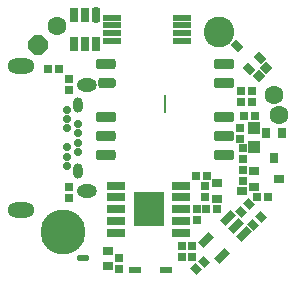
<source format=gts>
G04 Layer_Color=8388736*
%FSLAX24Y24*%
%MOIN*%
G70*
G01*
G75*
%ADD53C,0.0630*%
%ADD75R,0.0283X0.0268*%
G04:AMPARAMS|DCode=76|XSize=28.3mil|YSize=26.8mil|CornerRadius=0mil|HoleSize=0mil|Usage=FLASHONLY|Rotation=315.000|XOffset=0mil|YOffset=0mil|HoleType=Round|Shape=Rectangle|*
%AMROTATEDRECTD76*
4,1,4,-0.0195,0.0006,-0.0006,0.0195,0.0195,-0.0006,0.0006,-0.0195,-0.0195,0.0006,0.0*
%
%ADD76ROTATEDRECTD76*%

%ADD77R,0.0268X0.0283*%
%ADD78R,0.0283X0.0283*%
%ADD79R,0.0374X0.0256*%
%ADD80R,0.0283X0.0283*%
%ADD81R,0.0256X0.0374*%
%ADD82R,0.0394X0.0236*%
G04:AMPARAMS|DCode=83|XSize=37.4mil|YSize=25.6mil|CornerRadius=0mil|HoleSize=0mil|Usage=FLASHONLY|Rotation=135.000|XOffset=0mil|YOffset=0mil|HoleType=Round|Shape=Rectangle|*
%AMROTATEDRECTD83*
4,1,4,0.0223,-0.0042,0.0042,-0.0223,-0.0223,0.0042,-0.0042,0.0223,0.0223,-0.0042,0.0*
%
%ADD83ROTATEDRECTD83*%

%ADD84R,0.0276X0.0512*%
G04:AMPARAMS|DCode=85|XSize=51.2mil|YSize=27.6mil|CornerRadius=7.9mil|HoleSize=0mil|Usage=FLASHONLY|Rotation=90.000|XOffset=0mil|YOffset=0mil|HoleType=Round|Shape=RoundedRectangle|*
%AMROUNDEDRECTD85*
21,1,0.0512,0.0118,0,0,90.0*
21,1,0.0354,0.0276,0,0,90.0*
1,1,0.0157,0.0059,0.0177*
1,1,0.0157,0.0059,-0.0177*
1,1,0.0157,-0.0059,-0.0177*
1,1,0.0157,-0.0059,0.0177*
%
%ADD85ROUNDEDRECTD85*%
%ADD86R,0.0620X0.0217*%
G04:AMPARAMS|DCode=87|XSize=37.4mil|YSize=19.7mil|CornerRadius=0mil|HoleSize=0mil|Usage=FLASHONLY|Rotation=180.000|XOffset=0mil|YOffset=0mil|HoleType=Round|Shape=Octagon|*
%AMOCTAGOND87*
4,1,8,-0.0187,0.0049,-0.0187,-0.0049,-0.0138,-0.0098,0.0138,-0.0098,0.0187,-0.0049,0.0187,0.0049,0.0138,0.0098,-0.0138,0.0098,-0.0187,0.0049,0.0*
%
%ADD87OCTAGOND87*%

%ADD88R,0.0413X0.0394*%
%ADD89P,0.0401X4X270.0*%
G04:AMPARAMS|DCode=90|XSize=66.9mil|YSize=35.4mil|CornerRadius=9.8mil|HoleSize=0mil|Usage=FLASHONLY|Rotation=0.000|XOffset=0mil|YOffset=0mil|HoleType=Round|Shape=RoundedRectangle|*
%AMROUNDEDRECTD90*
21,1,0.0669,0.0157,0,0,0.0*
21,1,0.0472,0.0354,0,0,0.0*
1,1,0.0197,0.0236,-0.0079*
1,1,0.0197,-0.0236,-0.0079*
1,1,0.0197,-0.0236,0.0079*
1,1,0.0197,0.0236,0.0079*
%
%ADD90ROUNDEDRECTD90*%
G04:AMPARAMS|DCode=91|XSize=66.9mil|YSize=33.5mil|CornerRadius=9.3mil|HoleSize=0mil|Usage=FLASHONLY|Rotation=0.000|XOffset=0mil|YOffset=0mil|HoleType=Round|Shape=RoundedRectangle|*
%AMROUNDEDRECTD91*
21,1,0.0669,0.0148,0,0,0.0*
21,1,0.0482,0.0335,0,0,0.0*
1,1,0.0187,0.0241,-0.0074*
1,1,0.0187,-0.0241,-0.0074*
1,1,0.0187,-0.0241,0.0074*
1,1,0.0187,0.0241,0.0074*
%
%ADD91ROUNDEDRECTD91*%
G04:AMPARAMS|DCode=92|XSize=59.1mil|YSize=33.5mil|CornerRadius=9.3mil|HoleSize=0mil|Usage=FLASHONLY|Rotation=0.000|XOffset=0mil|YOffset=0mil|HoleType=Round|Shape=RoundedRectangle|*
%AMROUNDEDRECTD92*
21,1,0.0591,0.0148,0,0,0.0*
21,1,0.0404,0.0335,0,0,0.0*
1,1,0.0187,0.0202,-0.0074*
1,1,0.0187,-0.0202,-0.0074*
1,1,0.0187,-0.0202,0.0074*
1,1,0.0187,0.0202,0.0074*
%
%ADD92ROUNDEDRECTD92*%
G04:AMPARAMS|DCode=93|XSize=47.2mil|YSize=25.6mil|CornerRadius=0mil|HoleSize=0mil|Usage=FLASHONLY|Rotation=225.000|XOffset=0mil|YOffset=0mil|HoleType=Round|Shape=Rectangle|*
%AMROTATEDRECTD93*
4,1,4,0.0077,0.0258,0.0258,0.0077,-0.0077,-0.0258,-0.0258,-0.0077,0.0077,0.0258,0.0*
%
%ADD93ROTATEDRECTD93*%

%ADD94R,0.0985X0.1142*%
%ADD95R,0.0631X0.0276*%
%ADD96C,0.0039*%
%ADD97C,0.1024*%
%ADD98C,0.1496*%
%ADD99O,0.0039X0.0639*%
%ADD100O,0.0316X0.0512*%
%ADD101C,0.0276*%
%ADD102O,0.0670X0.0434*%
%ADD103O,0.0906X0.0512*%
G04:AMPARAMS|DCode=104|XSize=63mil|YSize=63mil|CornerRadius=0mil|HoleSize=0mil|Usage=FLASHONLY|Rotation=45.000|XOffset=0mil|YOffset=0mil|HoleType=Round|Shape=Octagon|*
%AMOCTAGOND104*
4,1,8,0.0334,0.0111,0.0111,0.0334,-0.0111,0.0334,-0.0334,0.0111,-0.0334,-0.0111,-0.0111,-0.0334,0.0111,-0.0334,0.0334,-0.0111,0.0334,0.0111,0.0*
%
%ADD104OCTAGOND104*%

D53*
X4547Y748D02*
D03*
X4409Y1417D02*
D03*
X-2835Y3740D02*
D03*
D75*
X-2441Y1957D02*
D03*
Y1587D02*
D03*
X3346Y-1445D02*
D03*
Y-1075D02*
D03*
X-771Y-3988D02*
D03*
Y-4358D02*
D03*
X3346Y-697D02*
D03*
X3346Y-327D02*
D03*
X-2442Y-1996D02*
D03*
X-2442Y-1626D02*
D03*
D76*
X3294Y-2454D02*
D03*
X3556Y-2192D02*
D03*
X3700Y-2887D02*
D03*
X3962Y-2625D02*
D03*
X2060Y-4121D02*
D03*
X1798Y-4383D02*
D03*
D77*
X3831Y-1969D02*
D03*
X4201D02*
D03*
X1783Y-1258D02*
D03*
X2154Y-1258D02*
D03*
X2118Y-2376D02*
D03*
X2488D02*
D03*
X3398Y735D02*
D03*
X3768D02*
D03*
D78*
X3655Y1555D02*
D03*
Y1201D02*
D03*
X3268Y335D02*
D03*
Y-20D02*
D03*
X3307Y1201D02*
D03*
Y1555D02*
D03*
X1654Y-3602D02*
D03*
Y-3957D02*
D03*
X1339Y-3957D02*
D03*
X1339Y-3602D02*
D03*
X2087Y-1955D02*
D03*
Y-1600D02*
D03*
X1831Y-2382D02*
D03*
Y-2736D02*
D03*
D79*
X3728Y-1115D02*
D03*
Y-1627D02*
D03*
X4554Y-1371D02*
D03*
X2500Y-1516D02*
D03*
Y-2028D02*
D03*
X3327Y-1772D02*
D03*
X-1147Y-3760D02*
D03*
Y-4272D02*
D03*
D80*
X-3130Y2311D02*
D03*
X-2776D02*
D03*
D81*
X4646Y155D02*
D03*
X4134D02*
D03*
X4390Y-672D02*
D03*
D82*
X787Y-4409D02*
D03*
X-236D02*
D03*
D83*
X3152Y3077D02*
D03*
X3918Y2673D02*
D03*
X3556Y2311D02*
D03*
D84*
X-2279Y3130D02*
D03*
X-1905D02*
D03*
X-1531Y3130D02*
D03*
X-1905Y4114D02*
D03*
X-2279Y4114D02*
D03*
D85*
X-1531D02*
D03*
D86*
X-999Y4006D02*
D03*
Y3750D02*
D03*
Y3494D02*
D03*
Y3238D02*
D03*
X1314D02*
D03*
Y3494D02*
D03*
Y3750D02*
D03*
Y4006D02*
D03*
D87*
X-1974Y-4016D02*
D03*
D88*
X3730Y315D02*
D03*
Y-315D02*
D03*
D89*
X4141Y2332D02*
D03*
X3890Y2081D02*
D03*
D90*
X2717Y2461D02*
D03*
Y1831D02*
D03*
Y689D02*
D03*
Y-571D02*
D03*
Y59D02*
D03*
X-1220Y689D02*
D03*
D91*
Y59D02*
D03*
Y-571D02*
D03*
Y2461D02*
D03*
D92*
X-1181Y1831D02*
D03*
D93*
X3396Y-3196D02*
D03*
X3132Y-2931D02*
D03*
X2867Y-2667D02*
D03*
X2116Y-3418D02*
D03*
X2645Y-3947D02*
D03*
D94*
X217Y-2376D02*
D03*
D95*
X1300Y-1588D02*
D03*
Y-1982D02*
D03*
Y-2376D02*
D03*
Y-2769D02*
D03*
Y-3163D02*
D03*
X-865D02*
D03*
Y-2769D02*
D03*
Y-2376D02*
D03*
Y-1982D02*
D03*
Y-1588D02*
D03*
D96*
X394Y3543D02*
D03*
X-394D02*
D03*
D97*
X2559Y3543D02*
D03*
D98*
X-2638Y-3150D02*
D03*
D99*
X748Y1142D02*
D03*
D100*
X-2141Y-1089D02*
D03*
Y1089D02*
D03*
D101*
X-2495Y945D02*
D03*
Y-945D02*
D03*
Y630D02*
D03*
Y-630D02*
D03*
Y315D02*
D03*
Y-315D02*
D03*
X-2141Y472D02*
D03*
Y-472D02*
D03*
Y157D02*
D03*
Y-158D02*
D03*
D102*
X-1846Y1772D02*
D03*
Y-1772D02*
D03*
D103*
X-4051Y2392D02*
D03*
Y-2392D02*
D03*
D104*
X-3482Y3091D02*
D03*
M02*

</source>
